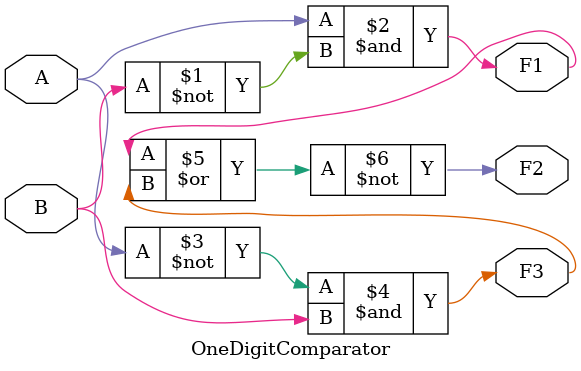
<source format=v>
module OneDigitComparator(
    input A,B,
    output F1,F2,F3//F1 for A>B, F2 for A==B and F3 for A<B
    );
    //reg G1,G2,G3;

    and n1(F1,A,~B);
    and n2(F3,~A,B);
    nor n3(F2,F1,F3);

endmodule
</source>
